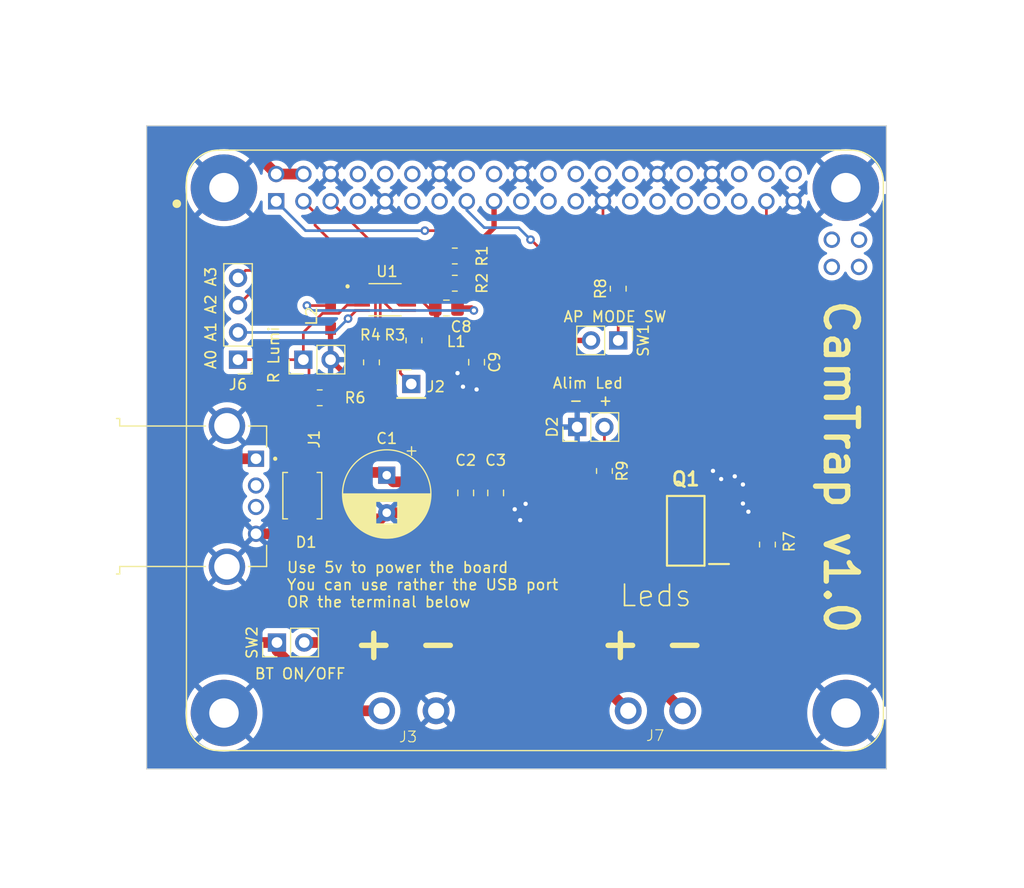
<source format=kicad_pcb>
(kicad_pcb (version 20221018) (generator pcbnew)
  (layers (0 "F.Cu" signal) (31 "B.Cu" signal) (34 "B.Paste" user) (35 "F.Paste" user) (36 "B.SilkS" user "B.Silkscreen") (37 "F.SilkS" user "F.Silkscreen") (38 "B.Mask" user) (39 "F.Mask" user) (44 "Edge.Cuts" user))
  (net 0 "")
  (net 1 "+5V")
  (net 2 "+3.3V")
  (net 5 "CMD_LED")
  (net 6 "AP_MODE")
  (net 22 "GND1")
  (net 24 "RDY")
  (net 25 "SDA")
  (net 26 "SCL")
  (net 27 "A0")
  (net 28 "Net-(J6-Pin_3)")
  (net 29 "Net-(J6-Pin_4)")
  (net 31 "Net-(J7-Pin_2)")
  (net 33 "Net-(Q1-B)")
  (net 34 "Net-(U1-ADDR)")
  (net 35 "VDDF")
  (net 36 "GND2")
  (net 37 "Net-(J6-Pin_2)")
  (net 48 "Vusb")
  (net 49 "Net-(D2-A)")
  (footprint "Resistor_SMD:R_0805_2012Metric_Pad1.20x1.40mm_HandSolder" (layer "F.Cu") (at 155.904 84.0646 -90)
    (fp_text reference "R7" (at -0.27 -2.032 90) (layer "F.SilkS"))
    (fp_text value "220" hide)
    (pad "1" smd roundrect (at -1 0 270) (size 1.2 1.4) (layers "F.Cu" "F.Paste" "F.Mask") (roundrect_rratio 0.2083333333) (net 5 "CMD_LED"))
    (pad "2" smd roundrect (at 1 0 270) (size 1.2 1.4) (layers "F.Cu" "F.Paste" "F.Mask") (roundrect_rratio 0.2083333333) (net 33 "Net-(Q1-B)"))
  )
  (footprint "Resistor_SMD:R_0805_2012Metric_Pad1.20x1.40mm_HandSolder" (layer "F.Cu") (at 122.936 65.024 -90)
    (fp_text reference "R3" (at -0.508 1.778) (layer "F.SilkS"))
    (fp_text value "10k" hide)
    (pad "1" smd roundrect (at -1 0 270) (size 1.2 1.4) (layers "F.Cu" "F.Paste" "F.Mask") (roundrect_rratio 0.2083333333) (net 24 "RDY"))
    (pad "2" smd roundrect (at 1 0 270) (size 1.2 1.4) (layers "F.Cu" "F.Paste" "F.Mask") (roundrect_rratio 0.2083333333) (net 2 "+3.3V"))
  )
  (footprint "Connector_PinHeader_2.54mm:PinHeader_1x04_P2.54mm_Vertical" (layer "F.Cu") (at 106.528059 66.818 180)
    (fp_text reference "J6" (at 0 -2.33) (layer "F.SilkS"))
    (fp_text value "Conn_01x04_Pin" hide)
    (pad "1" thru_hole rect (at 0 0 180) (size 1.7 1.7) (drill 1) (layers "*.Cu" "*.Mask") (net 27 "A0"))
    (pad "2" thru_hole oval (at 0 2.54 180) (size 1.7 1.7) (drill 1) (layers "*.Cu" "*.Mask") (net 37 "Net-(J6-Pin_2)"))
    (pad "3" thru_hole oval (at 0 5.08 180) (size 1.7 1.7) (drill 1) (layers "*.Cu" "*.Mask") (net 28 "Net-(J6-Pin_3)"))
    (pad "4" thru_hole oval (at 0 7.62 180) (size 1.7 1.7) (drill 1) (layers "*.Cu" "*.Mask") (net 29 "Net-(J6-Pin_4)"))
  )
  (footprint "Connector_PinHeader_2.54mm:PinHeader_1x02_P2.54mm_Vertical" (layer "F.Cu") (at 112.619059 66.818 90)
    (fp_text reference "R5" hide)
    (fp_text value "R_Photo" hide)
    (pad "1" thru_hole rect (at 0 0 90) (size 1.7 1.7) (drill 1) (layers "*.Cu" "*.Mask") (net 27 "A0"))
    (pad "2" thru_hole oval (at 0 2.54 90) (size 1.7 1.7) (drill 1) (layers "*.Cu" "*.Mask") (net 22 "GND1"))
  )
  (footprint "Resistor_SMD:R_0805_2012Metric_Pad1.20x1.40mm_HandSolder" (layer "F.Cu") (at 126.746 59.69)
    (fp_text reference "R2" (at 2.54 0 90) (layer "F.SilkS"))
    (fp_text value "10k" hide)
    (pad "1" smd roundrect (at -1 0) (size 1.2 1.4) (layers "F.Cu" "F.Paste" "F.Mask") (roundrect_rratio 0.2083333333) (net 25 "SDA"))
    (pad "2" smd roundrect (at 1 0) (size 1.2 1.4) (layers "F.Cu" "F.Paste" "F.Mask") (roundrect_rratio 0.2083333333) (net 2 "+3.3V"))
  )
  (footprint "Capacitor_SMD:C_0805_2012Metric_Pad1.18x1.45mm_HandSolder" (layer "F.Cu") (at 128.778 67.056 -90)
    (fp_text reference "C9" (at 0 -1.68 90) (layer "F.SilkS"))
    (fp_text value "1uF" hide)
    (pad "1" smd roundrect (at -1.0375 0 270) (size 1.175 1.45) (layers "F.Cu" "F.Paste" "F.Mask") (roundrect_rratio 0.2127659574) (net 2 "+3.3V"))
    (pad "2" smd roundrect (at 1.0375 0 270) (size 1.175 1.45) (layers "F.Cu" "F.Paste" "F.Mask") (roundrect_rratio 0.2127659574) (net 22 "GND1"))
  )
  (footprint "camtrap:INDC2012X87N" (layer "F.Cu") (at 125.0442 65.0748 -90)
    (fp_text reference "L1" (at 0.0508 -1.8288 -180) (layer "F.SilkS"))
    (fp_text value "MMZ2012Y152BT000" hide)
    (pad "1" smd rect (at -1.175 0 270) (size 1.15 1) (layers "F.Cu" "F.Paste" "F.Mask") (net 35 "VDDF"))
    (pad "2" smd rect (at 1.175 0 270) (size 1.15 1) (layers "F.Cu" "F.Paste" "F.Mask") (net 2 "+3.3V"))
  )
  (footprint "camtrap:SOP50P490X110-10N" (layer "F.Cu") (at 120.244059 61.23)
    (fp_text reference "U1" (at 0.175 -2.635) (layer "F.SilkS"))
    (fp_text value "ADS1115BQDGSRQ1" hide)
    (pad "1" smd roundrect (at -2.15 -1) (size 1.47 0.28) (layers "F.Cu" "F.Paste" "F.Mask") (roundrect_rratio 0.125) (net 34 "Net-(U1-ADDR)"))
    (pad "2" smd roundrect (at -2.15 -0.5) (size 1.47 0.28) (layers "F.Cu" "F.Paste" "F.Mask") (roundrect_rratio 0.125) (net 24 "RDY"))
    (pad "3" smd roundrect (at -2.15 0) (size 1.47 0.28) (layers "F.Cu" "F.Paste" "F.Mask") (roundrect_rratio 0.125) (net 36 "GND2"))
    (pad "4" smd roundrect (at -2.15 0.5) (size 1.47 0.28) (layers "F.Cu" "F.Paste" "F.Mask") (roundrect_rratio 0.125) (net 27 "A0"))
    (pad "5" smd roundrect (at -2.15 1) (size 1.47 0.28) (layers "F.Cu" "F.Paste" "F.Mask") (roundrect_rratio 0.125) (net 37 "Net-(J6-Pin_2)"))
    (pad "6" smd roundrect (at 2.15 1) (size 1.47 0.28) (layers "F.Cu" "F.Paste" "F.Mask") (roundrect_rratio 0.125) (net 28 "Net-(J6-Pin_3)"))
    (pad "7" smd roundrect (at 2.15 0.5) (size 1.47 0.28) (layers "F.Cu" "F.Paste" "F.Mask") (roundrect_rratio 0.125) (net 29 "Net-(J6-Pin_4)"))
    (pad "8" smd roundrect (at 2.15 0) (size 1.47 0.28) (layers "F.Cu" "F.Paste" "F.Mask") (roundrect_rratio 0.125) (net 35 "VDDF"))
    (pad "9" smd roundrect (at 2.15 -0.5) (size 1.47 0.28) (layers "F.Cu" "F.Paste" "F.Mask") (roundrect_rratio 0.125) (net 25 "SDA"))
    (pad "10" smd roundrect (at 2.15 -1) (size 1.47 0.28) (layers "F.Cu" "F.Paste" "F.Mask") (roundrect_rratio 0.125) (net 26 "SCL"))
  )
  (footprint "Capacitor_THT:CP_Radial_D8.0mm_P3.50mm" (layer "F.Cu") (at 120.396 77.595349 -90)
    (fp_text reference "C1" (at -3.427349 0 -180) (layer "F.SilkS"))
    (fp_text value "220uF" hide)
    (pad "1" thru_hole rect (at 0 0 270) (size 1.6 1.6) (drill 0.8) (layers "*.Cu" "*.Mask") (net 1 "+5V"))
    (pad "2" thru_hole circle (at 3.5 0 270) (size 1.6 1.6) (drill 0.8) (layers "*.Cu" "*.Mask") (net 22 "GND1"))
  )
  (footprint "camtrap:SOT230P700X170-4N" (layer "F.Cu") (at 148.284 82.7786 180)
    (fp_text reference "Q1" (at 0 4.826) (layer "F.SilkS") (effects (font (size 1.27 1.27) (thickness 0.254))))
    (fp_text value "FZT851TA" hide)
    (pad "1" smd rect (at -3.1 -2.3 270) (size 0.9 1.85) (layers "F.Cu" "F.Paste" "F.Mask") (net 33 "Net-(Q1-B)"))
    (pad "2" smd rect (at -3.1 0 270) (size 0.9 1.85) (layers "F.Cu" "F.Paste" "F.Mask") (net 31 "Net-(J7-Pin_2)"))
    (pad "3" smd rect (at -3.1 2.3 270) (size 0.9 1.85) (layers "F.Cu" "F.Paste" "F.Mask") (net 22 "GND1"))
    (pad "4" smd rect (at 3.1 0 180) (size 1.85 3.2) (layers "F.Cu" "F.Paste" "F.Mask") (net 31 "Net-(J7-Pin_2)"))
  )
  (footprint "Resistor_SMD:R_0805_2012Metric_Pad1.20x1.40mm_HandSolder" (layer "F.Cu") (at 114.148059 70.374)
    (fp_text reference "R6" (at 3.302 0) (layer "F.SilkS"))
    (fp_text value "10k" hide)
    (pad "1" smd roundrect (at -1 0) (size 1.2 1.4) (layers "F.Cu" "F.Paste" "F.Mask") (roundrect_rratio 0.2083333333) (net 27 "A0"))
    (pad "2" smd roundrect (at 1 0) (size 1.2 1.4) (layers "F.Cu" "F.Paste" "F.Mask") (roundrect_rratio 0.2083333333) (net 2 "+3.3V"))
  )
  (footprint "Connector_PinHeader_2.54mm:PinHeader_1x01_P2.54mm_Vertical" (layer "F.Cu") (at 122.682 69.088)
    (fp_text reference "J2" (at 2.286 0.254) (layer "F.SilkS"))
    (fp_text value "Conn_01x01_Pin" hide)
    (pad "1" thru_hole rect (at 0 0) (size 1.7 1.7) (drill 1) (layers "*.Cu" "*.Mask") (net 24 "RDY"))
  )
  (footprint "camtrap:raspberrypi 3b+" (layer "F.Cu") (at 144.217 75.276)
    (fp_text reference "U2" hide)
    (fp_text value "RASPBERRY_PI_3_MODEL_B_" hide)
    (pad "1" thru_hole rect (at -34.13 -23.23) (size 1.524 1.524) (drill 1.016) (layers "*.Cu" "*.Mask") (net 2 "+3.3V"))
    (pad "2" thru_hole circle (at -34.13 -25.77) (size 1.524 1.524) (drill 1.016) (layers "*.Cu" "*.Mask") (net 1 "+5V"))
    (pad "3" thru_hole circle (at -31.59 -23.23) (size 1.524 1.524) (drill 1.016) (layers "*.Cu" "*.Mask") (net 25 "SDA"))
    (pad "4" thru_hole circle (at -31.59 -25.77) (size 1.524 1.524) (drill 1.016) (layers "*.Cu" "*.Mask") (net 1 "+5V"))
    (pad "5" thru_hole circle (at -29.05 -23.23) (size 1.524 1.524) (drill 1.016) (layers "*.Cu" "*.Mask") (net 26 "SCL"))
    (pad "6" thru_hole circle (at -29.05 -25.77) (size 1.524 1.524) (drill 1.016) (layers "*.Cu" "*.Mask") (net 22 "GND1"))
    (pad "7" thru_hole circle (at -26.51 -23.23) (size 1.524 1.524) (drill 1.016) (layers "*.Cu" "*.Mask"))
    (pad "8" thru_hole circle (at -26.51 -25.77) (size 1.524 1.524) (drill 1.016) (layers "*.Cu" "*.Mask"))
    (pad "9" thru_hole circle (at -23.97 -23.23) (size 1.524 1.524) (drill 1.016) (layers "*.Cu" "*.Mask") (net 22 "GND1"))
    (pad "10" thru_hole circle (at -23.97 -25.77) (size 1.524 1.524) (drill 1.016) (layers "*.Cu" "*.Mask"))
    (pad "11" thru_hole circle (at -21.43 -23.23) (size 1.524 1.524) (drill 1.016) (layers "*.Cu" "*.Mask"))
    (pad "12" thru_hole circle (at -21.43 -25.77) (size 1.524 1.524) (drill 1.016) (layers "*.Cu" "*.Mask"))
    (pad "13" thru_hole circle (at -18.89 -23.23) (size 1.524 1.524) (drill 1.016) (layers "*.Cu" "*.Mask"))
    (pad "14" thru_hole circle (at -18.89 -25.77) (size 1.524 1.524) (drill 1.016) (layers "*.Cu" "*.Mask") (net 22 "GND1"))
    (pad "15" thru_hole circle (at -16.35 -23.23) (size 1.524 1.524) (drill 1.016) (layers "*.Cu" "*.Mask") (net 6 "AP_MODE"))
    (pad "16" thru_hole circle (at -16.35 -25.77) (size 1.524 1.524) (drill 1.016) (layers "*.Cu" "*.Mask"))
    (pad "17" thru_hole circle (at -13.81 -23.23) (size 1.524 1.524) (drill 1.016) (layers "*.Cu" "*.Mask") (net 2 "+3.3V"))
    (pad "18" thru_hole circle (at -13.81 -25.77) (size 1.524 1.524) (drill 1.016) (layers "*.Cu" "*.Mask"))
    (pad "19" thru_hole circle (at -11.27 -23.23) (size 1.524 1.524) (drill 1.016) (layers "*.Cu" "*.Mask"))
    (pad "20" thru_hole circle (at -11.27 -25.77) (size 1.524 1.524) (drill 1.016) (layers "*.Cu" "*.Mask") (net 22 "GND1"))
    (pad "21" thru_hole circle (at -8.73 -23.23) (size 1.524 1.524) (drill 1.016) (layers "*.Cu" "*.Mask"))
    (pad "22" thru_hole circle (at -8.73 -25.77) (size 1.524 1.524) (drill 1.016) (layers "*.Cu" "*.Mask"))
    (pad "23" thru_hole circle (at -6.19 -23.23) (size 1.524 1.524) (drill 1.016) (layers "*.Cu" "*.Mask"))
    (pad "24" thru_hole circle (at -6.19 -25.77) (size 1.524 1.524) (drill 1.016) (layers "*.Cu" "*.Mask"))
    (pad "25" thru_hole circle (at -3.65 -23.23) (size 1.524 1.524) (drill 1.016) (layers "*.Cu" "*.Mask") (net 22 "GND1"))
    (pad "26" thru_hole circle (at -3.65 -25.77) (size 1.524 1.524) (drill 1.016) (layers "*.Cu" "*.Mask"))
    (pad "27" thru_hole circle (at -1.11 -23.23) (size 1.524 1.524) (drill 1.016) (layers "*.Cu" "*.Mask"))
    (pad "28" thru_hole circle (at -1.11 -25.77) (size 1.524 1.524) (drill 1.016) (layers "*.Cu" "*.Mask"))
    (pad "29" thru_hole circle (at 1.43 -23.23) (size 1.524 1.524) (drill 1.016) (layers "*.Cu" "*.Mask"))
    (pad "30" thru_hole circle (at 1.43 -25.77) (size 1.524 1.524) (drill 1.016) (layers "*.Cu" "*.Mask") (net 22 "GND1"))
    (pad "31" thru_hole circle (at 3.97 -23.23) (size 1.524 1.524) (drill 1.016) (layers "*.Cu" "*.Mask"))
    (pad "32" thru_hole circle (at 3.97 -25.77) (size 1.524 1.524) (drill 1.016) (layers "*.Cu" "*.Mask"))
    (pad "33" thru_hole circle (at 6.51 -23.23) (size 1.524 1.524) (drill 1.016) (layers "*.Cu" "*.Mask"))
    (pad "34" thru_hole circle (at 6.51 -25.77) (size 1.524 1.524) (drill 1.016) (layers "*.Cu" "*.Mask") (net 22 "GND1"))
    (pad "35" thru_hole circle (at 9.05 -23.23) (size 1.524 1.524) (drill 1.016) (layers "*.Cu" "*.Mask"))
    (pad "36" thru_hole circle (at 9.05 -25.77) (size 1.524 1.524) (drill 1.016) (layers "*.Cu" "*.Mask"))
    (pad "37" thru_hole circle (at 11.59 -23.23) (size 1.524 1.524) (drill 1.016) (layers "*.Cu" "*.Mask") (net 5 "CMD_LED"))
    (pad "38" thru_hole circle (at 11.59 -25.77) (size 1.524 1.524) (drill 1.016) (layers "*.Cu" "*.Mask"))
    (pad "39" thru_hole circle (at 14.13 -23.23) (size 1.524 1.524) (drill 1.016) (layers "*.Cu" "*.Mask") (net 22 "GND1"))
    (pad "40" thru_hole circle (at 14.13 -25.77) (size 1.524 1.524) (drill 1.016) (layers "*.Cu" "*.Mask"))
    (pad "41" thru_hole circle (at 20.23 -17.107) (size 1.524 1.524) (drill 1.016) (layers "*.Cu" "*.Mask"))
    (pad "42" thru_hole circle (at 20.23 -19.647) (size 1.524 1.524) (drill 1.016) (layers "*.Cu" "*.Mask"))
    (pad "43" thru_hole circle (at 17.69 -17.107) (size 1.524 1.524) (drill 1.016) (layers "*.Cu" "*.Mask"))
    (pad "44" thru_hole circle (at 17.69 -19.647) (size 1.524 1.524) (drill 1.016) (layers "*.Cu" "*.Mask"))
    (pad "S1" thru_hole circle (at -39 -24.5) (size 6.2 6.2) (drill 2.75) (layers "*.Cu" "*.Mask") (net 22 "GND1"))
    (pad "S2" thru_hole circle (at 19 -24.5) (size 6.2 6.2) (drill 2.75) (layers "*.Cu" "*.Mask") (net 22 "GND1"))
    (pad "S3" thru_hole circle (at 19 24.5) (size 6.2 6.2) (drill 2.75) (layers "*.Cu" "*.Mask") (net 22 "GND1"))
    (pad "S4" thru_hole circle (at -39 24.5) (size 6.2 6.2) (drill 2.75) (layers "*.Cu" "*.Mask") (net 22 "GND1"))
  )
  (footprint "Resistor_SMD:R_0805_2012Metric_Pad1.20x1.40mm_HandSolder" (layer "F.Cu") (at 141.986 60.198 90)
    (fp_text reference "R8" (at 0 -1.65 90) (layer "F.SilkS"))
    (fp_text value "10 Mohms" hide)
    (pad "1" smd roundrect (at -1 0 90) (size 1.2 1.4) (layers "F.Cu" "F.Paste" "F.Mask") (roundrect_rratio 0.2083333333) (net 6 "AP_MODE"))
    (pad "2" smd roundrect (at 1 0 90) (size 1.2 1.4) (layers "F.Cu" "F.Paste" "F.Mask") (roundrect_rratio 0.2083333333) (net 22 "GND1"))
  )
  (footprint "camtrap:INDC2012X87N" (layer "F.Cu") (at 115.164059 62.754 -90)
    (fp_text reference "L2" (at 0 1.778 -270) (layer "F.SilkS"))
    (fp_text value "MMZ2012Y152BT000" hide)
    (pad "1" smd rect (at -1.175 0 270) (size 1.15 1) (layers "F.Cu" "F.Paste" "F.Mask") (net 36 "GND2"))
    (pad "2" smd rect (at 1.175 0 270) (size 1.15 1) (layers "F.Cu" "F.Paste" "F.Mask") (net 22 "GND1"))
  )
  (footprint "camtrap:DIOM4336X265N" (layer "F.Cu") (at 112.522 79.502 90)
    (fp_text reference "D1" (at -4.3434 0.3556 180) (layer "F.SilkS"))
    (fp_text value "SMBJ5.0CA-QH" hide)
    (pad "1" smd rect (at -2.165 0 90) (size 2.28 2.12) (layers "F.Cu" "F.Paste" "F.Mask") (net 22 "GND1"))
    (pad "2" smd rect (at 2.165 0 90) (size 2.28 2.12) (layers "F.Cu" "F.Paste" "F.Mask") (net 1 "+5V"))
  )
  (footprint "Connector_PinHeader_2.54mm:PinHeader_1x02_P2.54mm_Vertical" (layer "F.Cu") (at 141.991 65.024 -90)
    (fp_text reference "SW1" (at 0 -2.33 90) (layer "F.SilkS"))
    (fp_text value "SW_SPST" hide)
    (pad "1" thru_hole rect (at 0 0 270) (size 1.7 1.7) (drill 1) (layers "*.Cu" "*.Mask") (net 6 "AP_MODE"))
    (pad "2" thru_hole oval (at 0 2.54 270) (size 1.7 1.7) (drill 1) (layers "*.Cu" "*.Mask") (net 2 "+3.3V"))
  )
  (footprint "Connector_PinHeader_2.54mm:PinHeader_1x02_P2.54mm_Vertical" (layer "F.Cu") (at 110.16 93.2 90)
    (fp_text reference "SW2" (at 0 -2.33 90) (layer "F.SilkS"))
    (fp_text value "SW_SPST" hide)
    (pad "1" thru_hole rect (at 0 0 90) (size 1.7 1.7) (drill 1) (layers "*.Cu" "*.Mask") (net 48 "Vusb"))
    (pad "2" thru_hole oval (at 0 2.54 90) (size 1.7 1.7) (drill 1) (layers "*.Cu" "*.Mask") (net 1 "+5V"))
  )
  (footprint "camtrap:AMPHENOL_87520-3010APLF" (layer "F.Cu") (at 105.494 79.558 -90)
    (fp_text reference "J1" (at -5.325 -8.135 90) (layer "F.SilkS"))
    (fp_text value "87520-3010APLF" hide)
    (pad "1" thru_hole rect (at -3.5 -2.71 270) (size 1.508 1.508) (drill 1) (layers "*.Cu" "*.Mask") (net 48 "Vusb"))
    (pad "2" thru_hole circle (at -1 -2.71 270) (size 1.508 1.508) (drill 1) (layers "*.Cu" "*.Mask"))
    (pad "3" thru_hole circle (at 1 -2.71 270) (size 1.508 1.508) (drill 1) (layers "*.Cu" "*.Mask"))
    (pad "4" thru_hole circle (at 3.5 -2.71 270) (size 1.508 1.508) (drill 1) (layers "*.Cu" "*.Mask") (net 22 "GND1"))
    (pad "SH1" thru_hole circle (at -6.57 0 270) (size 3.396 3.396) (drill 2.38) (layers "*.Cu" "*.Mask") (net 22 "GND1"))
    (pad "SH2" thru_hole circle (at 6.57 0 270) (size 3.396 3.396) (drill 2.38) (layers "*.Cu" "*.Mask") (net 22 "GND1"))
  )
  (footprint "Resistor_SMD:R_0805_2012Metric_Pad1.20x1.40mm_HandSolder" (layer "F.Cu") (at 126.746 57.15)
    (fp_text reference "R1" (at 2.54 0 90) (layer "F.SilkS"))
    (fp_text value "10k" hide)
    (pad "1" smd roundrect (at -1 0) (size 1.2 1.4) (layers "F.Cu" "F.Paste" "F.Mask") (roundrect_rratio 0.2083333333) (net 26 "SCL"))
    (pad "2" smd roundrect (at 1 0) (size 1.2 1.4) (layers "F.Cu" "F.Paste" "F.Mask") (roundrect_rratio 0.2083333333) (net 2 "+3.3V"))
  )
  (footprint "Connector_PinHeader_2.54mm:PinHeader_1x02_P2.54mm_Vertical" (layer "F.Cu") (at 138.16 73.1 90)
    (fp_text reference "D2" (at 0 -2.33 90) (layer "F.SilkS"))
    (fp_text value "LED" hide)
    (pad "1" thru_hole rect (at 0 0 90) (size 1.7 1.7) (drill 1) (layers "*.Cu" "*.Mask") (net 22 "GND1"))
    (pad "2" thru_hole oval (at 0 2.54 90) (size 1.7 1.7) (drill 1) (layers "*.Cu" "*.Mask") (net 49 "Net-(D2-A)"))
  )
  (footprint "Capacitor_SMD:C_0805_2012Metric_Pad1.18x1.45mm_HandSolder" (layer "F.Cu") (at 125.9625 62.0014)
    (fp_text reference "C8" (at 1.3716 1.7526) (layer "F.SilkS"))
    (fp_text value "1uF" hide)
    (pad "1" smd roundrect (at -1.0375 0) (size 1.175 1.45) (layers "F.Cu" "F.Paste" "F.Mask") (roundrect_rratio 0.2127659574) (net 35 "VDDF"))
    (pad "2" smd roundrect (at 1.0375 0) (size 1.175 1.45) (layers "F.Cu" "F.Paste" "F.Mask") (roundrect_rratio 0.2127659574) (net 36 "GND2"))
  )
  (footprint "camtrap:bornierVis" (layer "F.Cu") (at 142.92 99.568)
    (fp_text reference "J7" (at 2.5146 2.3114 unlocked) (layer "F.SilkS") (effects (font (thickness 0.1))))
    (fp_text value "Screw_Terminal_01x02" hide)
    (pad "1" thru_hole circle (at 0 0) (size 2.5 2.5) (drill 1.5) (layers "*.Cu" "*.Mask") (net 1 "+5V"))
    (pad "2" thru_hole circle (at 5.08 0) (size 2.5 2.5) (drill 1.5) (layers "*.Cu" "*.Mask") (net 31 "Net-(J7-Pin_2)"))
  )
  (footprint "Capacitor_SMD:C_0805_2012Metric_Pad1.18x1.45mm_HandSolder" (layer "F.Cu") (at 130.556 79.248 -90)
    (fp_text reference "C3" (at -3.048 0 -180) (layer "F.SilkS"))
    (fp_text value "100nF" hide)
    (pad "1" smd roundrect (at -1.0375 0 270) (size 1.175 1.45) (layers "F.Cu" "F.Paste" "F.Mask") (roundrect_rratio 0.2127659574) (net 1 "+5V"))
    (pad "2" smd roundrect (at 1.0375 0 270) (size 1.175 1.45) (layers "F.Cu" "F.Paste" "F.Mask") (roundrect_rratio 0.2127659574) (net 22 "GND1"))
  )
  (footprint "camtrap:bornierVis" (layer "F.Cu") (at 119.92 99.568)
    (fp_text reference "J3" (at 2.4638 2.432 unlocked) (layer "F.SilkS") (effects (font (thickness 0.1))))
    (fp_text value "Screw_Terminal_01x02" hide)
    (pad "1" thru_hole circle (at 0 0) (size 2.5 2.5) (drill 1.5) (layers "*.Cu" "*.Mask") (net 48 "Vusb"))
    (pad "2" thru_hole circle (at 5.08 0) (size 2.5 2.5) (drill 1.5) (layers "*.Cu" "*.Mask") (net 22 "GND1"))
  )
  (footprint "Capacitor_SMD:C_0805_2012Metric_Pad1.18x1.45mm_HandSolder" (layer "F.Cu") (at 127.762 79.248 -90)
    (fp_text reference "C2" (at -3.048 0 -180) (layer "F.SilkS"))
    (fp_text value "1nF" hide)
    (pad "1" smd roundrect (at -1.0375 0 270) (size 1.175 1.45) (layers "F.Cu" "F.Paste" "F.Mask") (roundrect_rratio 0.2127659574) (net 1 "+5V"))
    (pad "2" smd roundrect (at 1.0375 0 270) (size 1.175 1.45) (layers "F.Cu" "F.Paste" "F.Mask") (roundrect_rratio 0.2127659574) (net 22 "GND1"))
  )
  (footprint "Resistor_SMD:R_0805_2012Metric_Pad1.20x1.40mm_HandSolder" (layer "F.Cu") (at 118.974059 67.072 90)
    (fp_text reference "R4" (at 2.556 -0.102059 180) (layer "F.SilkS"))
    (fp_text value "10k")
    (pad "1" smd roundrect (at -1 0 90) (size 1.2 1.4) (layers "F.Cu" "F.Paste" "F.Mask") (roundrect_rratio 0.2083333333) (net 22 "GND1"))
    (pad "2" smd roundrect (at 1 0 90) (size 1.2 1.4) (layers "F.Cu" "F.Paste" "F.Mask") (roundrect_rratio 0.2083333333) (net 34 "Net-(U1-ADDR)"))
  )
  (footprint "Resistor_SMD:R_0805_2012Metric_Pad1.20x1.40mm_HandSolder" (layer "F.Cu") (at 140.7 77.2 -90)
    (fp_text reference "R9" (at 0 -1.65 90) (layer "F.SilkS"))
    (fp_text value "500")
    (pad "1" smd roundrect (at -1 0 270) (size 1.2 1.4) (layers "F.Cu" "F.Paste" "F.Mask") (roundrect_rratio 0.2083333333) (net 49 "Net-(D2-A)"))
    (pad "2" smd roundrect (at 1 0 270) (size 1.2 1.4) (layers "F.Cu" "F.Paste" "F.Mask") (roundrect_rratio 0.2083333333) (net 1 "+5V"))
  )
  (gr_line (start 167 105) (end 167 45) (stroke (width 0.1)) (layer "Edge.Cuts"))
  (gr_line (start 98 45) (end 98 105) (stroke (width 0.1)) (layer "Edge.Cuts"))
  (gr_line (start 167 45) (end 98 45) (stroke (width 0.1)) (layer "Edge.Cuts"))
  (gr_line (start 98 105) (end 167 105) (stroke (width 0.1)) (layer "Edge.Cuts"))
  (gr_text "R Lumi\n" (at 110.4392 69.1134 90) (layer "F.SilkS") (effects (font (size 1 1)) (justify left bottom)))
  (gr_text "BT ON/OFF\n" (at 108 96.7) (layer "F.SilkS") (effects (font (size 1 1)) (justify left bottom)))
  (gr_text "A0 A1 A2 A3" (at 104.5718 67.7926 90) (layer "F.SilkS") (effects (font (size 1 1)) (justify left bottom)))
  (gr_text "+ -" (at 117 95) (layer "F.SilkS") (effects (font (size 3 3) (thickness 0.5) bold) (justify left bottom)))
  (gr_text "Leds" (at 142 90) (layer "F.SilkS") (effects (font (size 2 2)) (justify left bottom)))
  (gr_text "Use 5v to power the board\nYou can use rather the USB port\nOR the terminal below" (at 111 90) (layer "F.SilkS") (effects (font (size 1 1)) (justify left bottom)))
  (gr_text "Alim Led\n  -  +" (at 135.8 71.2) (layer "F.SilkS") (effects (font (size 1 1)) (justify left bottom)))
  (gr_text "+ -" (at 140 95) (layer "F.SilkS") (effects (font (size 3 3) (thickness 0.5) bold) (justify left bottom)))
  (gr_text "AP MODE SW" (at 136.8 63.4) (layer "F.SilkS") (effects (font (size 1 1)) (justify left bottom)))
  (gr_text "CamTrap v1.0" (at 161 61 270) (layer "F.SilkS") (effects (font (size 3 3) (thickness 0.5) bold) (justify left bottom)))
  (segment (start 100.584 48.26) (end 100.584 66.184) (width 1) (layer "F.Cu") (net 1))
  (segment (start 107.6 69.5) (end 112.522 74.422) (width 1) (layer "F.Cu") (net 1))
  (segment (start 112.7 93.2) (end 136.244 93.2) (width 1) (layer "F.Cu") (net 1))
  (segment (start 130.556 78.2105) (end 127.762 78.2105) (width 1) (layer "F.Cu") (net 1))
  (segment (start 134.5985 78.2105) (end 136.398 80.01) (width 1) (layer "F.Cu") (net 1))
  (segment (start 106.809 46.228) (end 102.616 46.228) (width 1) (layer "F.Cu") (net 1))
  (segment (start 136.398 93.046) (end 142.92 99.568) (width 1) (layer "F.Cu") (net 1))
  (segment (start 112.522 74.422) (end 112.522 77.337) (width 1) (layer "F.Cu") (net 1))
  (segment (start 112.522 77.337) (end 120.137651 77.337) (width 1) (layer "F.Cu") (net 1))
  (segment (start 130.556 78.2105) (end 134.5985 78.2105) (width 1) (layer "F.Cu") (net 1))
  (segment (start 102.616 46.228) (end 100.584 48.26) (width 1) (layer "F.Cu") (net 1))
  (segment (start 136.398 80.01) (end 136.398 93.046) (width 1) (layer "F.Cu") (net 1))
  (segment (start 136.398 80.01) (end 138.208 78.2) (width 1) (layer "F.Cu") (net 1))
  (segment (start 103.9 69.5) (end 107.6 69.5) (width 1) (layer "F.Cu") (net 1))
  (segment (start 120.137651 77.337) (end 120.396 77.595349) (width 1) (layer "F.Cu") (net 1))
  (segment (start 100.584 66.184) (end 103.9 69.5) (width 1) (layer "F.Cu") (net 1))
  (segment (start 127.762 78.2105) (end 121.011151 78.2105) (width 1) (layer "F.Cu") (net 1))
  (segment (start 112.627 49.506) (end 110.087 49.506) (width 1) (layer "F.Cu") (net 1))
  (segment (start 138.208 78.2) (end 140.7 78.2) (width 1) (layer "F.Cu") (net 1))
  (segment (start 136.244 93.2) (end 136.398 93.046) (width 1) (layer "F.Cu") (net 1))
  (segment (start 110.087 49.506) (end 106.809 46.228) (width 1) (layer "F.Cu") (net 1))
  (segment (start 121.011151 78.2105) (end 120.396 77.595349) (width 1) (layer "F.Cu") (net 1))
  (segment (start 126.619 56.023) (end 127.746 57.15) (width 0.25) (layer "F.Cu") (net 2))
  (segment (start 133.928059 65.024) (end 139.451 65.024) (width 0.5) (layer "F.Cu") (net 2))
  (segment (start 130.407 52.046) (end 130.407 54.489) (width 0.5) (layer "F.Cu") (net 2))
  (segment (start 116.402059 71.628) (end 128.388059 71.628) (width 0.5) (layer "F.Cu") (net 2))
  (segment (start 126.619 56.023) (end 125.3838 54.7878) (width 0.25) (layer "F.Cu") (net 2))
  (segment (start 128.594059 59.69) (end 132.166059 63.262) (width 0.5) (layer "F.Cu") (net 2))
  (segment (start 128.778 66.0185) (end 125.2755 66.0185) (width 0.5) (layer "F.Cu") (net 2))
  (segment (start 128.388059 71.628) (end 132.166059 67.85) (width 0.5) (layer "F.Cu") (net 2))
  (segment (start 132.166059 67.85) (end 132.166059 65.024) (width 0.5) (layer "F.Cu") (net 2))
  (segment (start 132.166059 65.024) (end 132.166059 63.262) (width 0.5) (layer "F.Cu") (net 2))
  (segment (start 125.2755 66.0185) (end 125.0442 66.2498) (width 0.5) (layer "F.Cu") (net 2))
  (segment (start 132.166059 64.548) (end 130.695559 66.0185) (width 0.5) (layer "F.Cu") (net 2))
  (segment (start 125.0442 66.2498) (end 123.1618 66.2498) (width 0.5) (layer "F.Cu") (net 2))
  (segment (start 123.1618 66.2498) (end 122.936 66.024) (width 0.5) (layer "F.Cu") (net 2))
  (segment (start 132.166059 63.262) (end 133.928059 65.024) (width 0.5) (layer "F.Cu") (net 2))
  (segment (start 110.087 52.046) (end 110.26 52.046) (width 0.25) (layer "F.Cu") (net 2))
  (segment (start 130.695559 66.0185) (end 128.778 66.0185) (width 0.5) (layer "F.Cu") (net 2))
  (segment (start 125.3838 54.7878) (end 123.952 54.7878) (width 0.25) (layer "F.Cu") (net 2))
  (segment (start 115.148059 70.374) (end 116.402059 71.628) (width 0.5) (layer "F.Cu") (net 2))
  (segment (start 127.746 57.15) (end 127.746 59.69) (width 0.5) (layer "F.Cu") (net 2))
  (segment (start 127.746 59.69) (end 128.594059 59.69) (width 0.5) (layer "F.Cu") (net 2))
  (segment (start 130.407 54.489) (end 127.746 57.15) (width 0.5) (layer "F.Cu") (net 2))
  (via (at 123.952 54.7878) (size 0.8) (drill 0.4) (layers "F.Cu" "B.Cu") (net 2))
  (segment (start 123.952 54.7878) (end 112.8288 54.7878) (width 0.25) (layer "B.Cu") (net 2))
  (segment (start 112.8288 54.7878) (end 110.087 52.046) (width 0.25) (layer "B.Cu") (net 2))
  (segment (start 155.807 52.046) (end 155.807 82.9676) (width 0.25) (layer "F.Cu") (net 5))
  (segment (start 155.807 82.9676) (end 155.904 83.0646) (width 0.25) (layer "F.Cu") (net 5))
  (segment (start 133.858 55.626) (end 133.8072 55.626) (width 0.25) (layer "F.Cu") (net 6))
  (segment (start 141.986 61.198) (end 141.986 65.019) (width 0.25) (layer "F.Cu") (net 6))
  (segment (start 139.446 61.214) (end 139.462 61.198) (width 0.25) (layer "F.Cu") (net 6))
  (segment (start 134.4 56.168) (end 133.858 55.626) (width 0.25) (layer "F.Cu") (net 6))
  (segment (start 141.986 65.019) (end 141.991 65.024) (width 0.25) (layer "F.Cu") (net 6))
  (segment (start 134.4 56.168) (end 139.446 61.214) (width 0.25) (layer "F.Cu") (net 6))
  (segment (start 139.462 61.198) (end 141.986 61.198) (width 0.25) (layer "F.Cu") (net 6))
  (via (at 133.8072 55.626) (size 0.8) (drill 0.4) (layers "F.Cu" "B.Cu") (net 6))
  (segment (start 132.6896 54.5084) (end 129.4892 54.5084) (width 0.25) (layer "B.Cu") (net 6))
  (segment (start 129.4892 54.5084) (end 127.867 52.8862) (width 0.25) (layer "B.Cu") (net 6))
  (segment (start 127.867 52.8862) (end 127.867 52.046) (width 0.25) (layer "B.Cu") (net 6))
  (segment (start 133.8072 55.626) (end 132.6896 54.5084) (width 0.25) (layer "B.Cu") (net 6))
  (segment (start 151.586 77.9526) (end 151.384 78.1546) (width 1) (layer "F.Cu") (net 22))
  (segment (start 153.618 78.4606) (end 152.856 77.6986) (width 1) (layer "F.Cu") (net 22))
  (segment (start 127.762 80.2855) (end 130.556 80.2855) (width 1) (layer "F.Cu") (net 22))
  (segment (start 151.384 77.7506) (end 151.586 77.9526) (width 1) (layer "F.Cu") (net 22))
  (segment (start 152.856 77.6986) (end 153.11 78.2066) (width 1) (layer "F.Cu") (net 22))
  (segment (start 119.244059 68.342) (end 118.974059 68.072) (width 0.5) (layer "F.Cu") (net 22))
  (segment (start 130.556 80.2855) (end 133.3285 80.2855) (width 1) (layer "F.Cu") (net 22))
  (segment (start 116.413059 68.072) (end 115.159059 66.818) (width 0.5) (layer "F.Cu") (net 22))
  (segment (start 128.7565 68.0935) (end 127.508 69.342) (width 0.25) (layer "F.Cu") (net 22))
  (segment (start 130.556 80.2855) (end 131.3395 80.2855) (width 1) (layer "F.Cu") (net 22))
  (segment (start 151.384 78.1546) (end 151.384 80.4786) (width 1) (layer "F.Cu") (net 22))
  (segment (start 108.204 83.058) (end 111.131 83.058) (width 1) (layer "F.Cu") (net 22))
  (segment (start 127.0215 68.0935) (end 127 68.072) (width 0.25) (layer "F.Cu") (net 22))
  (segment (start 141.986 59.198) (end 140.5636 57.7756) (width 0.25) (layer "F.Cu") (net 22))
  (segment (start 153.11 78.7526) (end 153.618 78.4606) (width 1) (layer "F.Cu") (net 22))
  (segment (start 140.5636 52.0494) (end 140.567 52.046) (width 0.25) (layer "F.Cu") (net 22))
  (segment (start 112.522 81.667) (end 119.824349 81.667) (width 1) (layer "F.Cu") (net 22))
  (segment (start 153.858 80.4786) (end 154.126 81.0006) (width 1) (layer "F.Cu") (net 22))
  (segment (start 120.396 81.095349) (end 126.952151 81.095349) (width 1) (layer "F.Cu") (net 22))
  (segment (start 150.824 77.1906) (end 151.332 77.4446) (width 1) (layer "F.Cu") (net 22))
  (segment (start 151.384 77.4966) (end 150.824 77.1906) (width 1) (layer "F.Cu") (net 22))
  (segment (start 115.159059 66.818) (end 115.159059 63.934) (width 0.5) (layer "F.Cu") (net 22))
  (segment (start 151.384 80.4786) (end 153.11 78.7526) (width 1) (layer "F.Cu") (net 22))
  (segment (start 131.3395 80.2855) (end 131.826 80.772) (width 1) (layer "F.Cu") (net 22))
  (segment (start 126.952151 81.095349) (end 127.762 80.2855) (width 1) (layer "F.Cu") (net 22))
  (segment (start 153.618 80.2386) (end 153.858 80.4786) (width 1) (layer "F.Cu") (net 22))
  (segment (start 119.824349 81.667) (end 120.396 81.095349) (width 1) (layer "F.Cu") (net 22))
  (segment (start 133.3285 80.2855) (end 133.35 80.264) (width 1) (layer "F.Cu") (net 22))
  (segment (start 128.778 68.0935) (end 128.778 69.596) (width 0.25) (layer "F.Cu") (net 22))
  (segment (start 151.384 80.4786) (end 153.618 80.2386) (width 1) (layer "F.Cu") (net 22))
  (segment (start 132.334 80.772) (end 132.334 81.28) (width 1) (layer "F.Cu") (net 22))
  (segment (start 132.334 81.28) (end 132.842 81.788) (width 1) (layer "F.Cu") (net 22))
  (segment (start 111.131 83.058) (end 112.522 81.667) (width 1) (layer "F.Cu") (net 22))
  (segment (start 128.778 68.0935) (end 128.7565 68.0935) (width 0.25) (layer "F.Cu") (net 22))
  (segment (start 140.5636 57.7756) (end 140.5636 52.0494) (width 0.25) (layer "F.Cu") (net 22))
  (segment (start 118.974059 68.072) (end 116.413059 68.072) (width 0.5) (layer "F.Cu") (net 22))
  (segment (start 154.126 81.0006) (end 153.872 80.4926) (width 1) (layer "F.Cu") (net 22))
  (segment (start 151.384 77.4966) (end 151.384 77.7506) (width 1) (layer "F.Cu") (net 22))
  (segment (start 131.826 80.772) (end 132.334 80.772) (width 1) (layer "F.Cu") (net 22))
  (segment (start 115.159059 63.934) (end 115.164059 63.929) (width 0.5) (layer "F.Cu") (net 22))
  (segment (start 128.778 68.0935) (end 127.0215 68.0935) (width 0.25) (layer "F.Cu") (net 22))
  (via (at 151.586 77.9526) (size 0.8) (drill 0.4) (layers "F.Cu" "B.Cu") (net 22))
  (via (at 150.824 77.1906) (size 0.8) (drill 0.4) (layers "F.Cu" "B.Cu") (net 22))
  (via (at 153.618 78.4606) (size 0.8) (drill 0.4) (layers "F.Cu" "B.Cu") (net 22))
  (via (at 127.508 69.342) (size 0.8) (drill 0.4) (layers "F.Cu" "B.Cu") (net 22))
  (via (at 153.618 80.2386) (size 0.8) (drill 0.4) (layers "F.Cu" "B.Cu") (net 22))
  (via (at 152.856 77.6986) (size 0.8) (drill 0.4) (layers "F.Cu" "B.Cu") (net 22))
  (via (at 133.35 80.264) (size 0.8) (drill 0.4) (layers "F.Cu" "B.Cu") (net 22))
  (via (at 132.334 80.772) (size 0.8) (drill 0.4) (layers "F.Cu" "B.Cu") (net 22))
  (via (at 127 68.072) (size 0.8) (drill 0.4) (layers "F.Cu" "B.Cu") (net 22))
  (via (at 154.126 81.0006) (size 0.8) (drill 0.4) (layers "F.Cu" "B.Cu") (net 22))
  (via (at 132.842 81.788) (size 0.8) (drill 0.4) (layers "F.Cu" "B.Cu") (net 22))
  (via (at 128.778 69.596) (size 0.8) (drill 0.4) (layers "F.Cu" "B.Cu") (net 22))
  (segment (start 119.794059 63.828) (end 119.990059 64.024) (width 0.25) (layer "F.Cu") (net 24))
  (segment (start 116.180059 59.452) (end 119.353663 59.452) (width 0.25) (layer "F.Cu") (net 24))
  (segment (start 115.672059 59.96) (end 116.180059 59.452) (width 0.25) (layer "F.Cu") (net 24))
  (segment (start 119.794059 59.892396) (end 119.794059 63.828) (width 0.25) (layer "F.Cu") (net 24))
  (segment (start 119.990059 64.024) (end 120.904 64.937941) (width 0.25) (layer "F.Cu") (net 24))
  (segment (start 120.904 64.937941) (end 120.904 66.46) (width 0.25) (layer "F.Cu") (net 24))
  (segment (start 120.904 66.46) (end 121.666 67.222) (width 0.25) (layer "F.Cu") (net 24))
  (segment (start 121.666 68.072) (end 122.682 69.088) (width 0.25) (layer "F.Cu") (net 24))
  (segment (start 121.666 67.222) (end 121.666 68.072) (width 0.25) (layer "F.Cu") (net 24))
  (segment (start 116.442059 60.73) (end 115.672059 59.96) (width 0.25) (layer "F.Cu") (net 24))
  (segment (start 119.353663 59.452) (end 119.794059 59.892396) (width 0.25) (layer "F.Cu") (net 24))
  (segment (start 118.094059 60.73) (end 116.442059 60.73) (width 0.25) (layer "F.Cu") (net 24))
  (segment (start 119.990059 64.024) (end 122.936 64.024) (width 0.25) (layer "F.Cu") (net 24))
  (segment (start 121.579941 60.73) (end 122.394059 60.73) (width 0.25) (layer "F.Cu") (net 25))
  (segment (start 124.706 60.73) (end 125.746 59.69) (width 0.25) (layer "F.Cu") (net 25))
  (segment (start 112.627 52.046) (end 113.714 53.133) (width 0.25) (layer "F.Cu") (net 25))
  (segment (start 117.094 57.658) (end 119.634 57.658) (width 0.25) (layer "F.Cu") (net 25))
  (segment (start 113.714 53.133) (end 113.714 54.278) (width 0.25) (layer "F.Cu") (net 25))
  (segment (start 121.158 59.182) (end 121.158 60.308059) (width 0.25) (layer "F.Cu") (net 25))
  (segment (start 113.714 54.278) (end 117.094 57.658) (width 0.25) (layer "F.Cu") (net 25))
  (segment (start 121.158 60.308059) (end 121.579941 60.73) (width 0.25) (layer "F.Cu") (net 25))
  (segment (start 122.394059 60.73) (end 124.706 60.73) (width 0.25) (layer "F.Cu") (net 25))
  (segment (start 119.634 57.658) (end 121.158 59.182) (width 0.25) (layer "F.Cu") (net 25))
  (segment (start 120.271 57.15) (end 124.968 57.15) (width 0.25) (layer "F.Cu") (net 26))
  (segment (start 123.158 60.23) (end 123.698 59.69) (width 0.25) (layer "F.Cu") (net 26))
  (segment (start 124.968 57.15) (end 125.746 57.15) (width 0.25) (layer "F.Cu") (net 26))
  (segment (start 122.394059 60.23) (end 123.158 60.23) (width 0.25) (layer "F.Cu") (net 26))
  (segment (start 123.698 57.912) (end 124.46 57.15) (width 0.25) (layer "F.Cu") (net 26))
  (segment (start 115.167 52.046) (end 120.271 57.15) (width 0.25) (layer "F.Cu") (net 26))
  (segment (start 123.698 59.69) (end 123.698 57.912) (width 0.25) (layer "F.Cu") (net 26))
  (segment (start 124.46 57.15) (end 124.968 57.15) (width 0.25) (layer "F.Cu") (net 26))
  (segment (start 115.926059 62.5) (end 116.696059 61.73) (width 0.25) (layer "F.Cu") (net 27))
  (segment (start 113.148059 67.347) (end 112.619059 66.818) (width 0.25) (layer "F.Cu") (net 27))
  (segment (start 113.148059 70.374) (end 113.148059 67.347) (width 0.25) (layer "F.Cu") (net 27))
  (segment (start 114.402059 62.5) (end 115.926059 62.5) (width 0.25) (layer "F.Cu") (net 27))
  (segment (start 112.619059 64.283) (end 114.402059 62.5) (width 0.25) (layer "F.Cu") (net 27))
  (segment (start 116.696059 61.73) (end 118.094059 61.73) (width 0.25) (layer "F.Cu") (net 27))
  (segment (start 112.619059 66.818) (end 106.528059 66.818) (width 0.25) (layer "F.Cu") (net 27))
  (segment (start 112.619059 66.818) (end 112.619059 64.283) (width 0.25) (layer "F.Cu") (net 27))
  (segment (start 119.482059 58.944) (end 109.322059 58.944) (width 0.25) (layer "F.Cu") (net 28))
  (segment (start 120.244059 61.570059) (end 120.244059 59.706) (width 0.25) (layer "F.Cu") (net 28))
  (segment (start 120.904 62.23) (end 120.244059 61.570059) (width 0.25) (layer "F.Cu") (net 28))
  (segment (start 122.394059 62.23) (end 120.904 62.23) (width 0.25) (layer "F.Cu") (net 28))
  (segment (start 120.244059 59.706) (end 119.482059 58.944) (width 0.25) (layer "F.Cu") (net 28))
  (segment (start 109.322059 58.944) (end 106.528059 61.738) (width 0.25) (layer "F.Cu") (net 28))
  (segment (start 122.394059 61.73) (end 121.579941 61.73) (width 0.25) (layer "F.Cu") (net 29))
  (segment (start 107.232059 58.494) (end 106.528059 59.198) (width 0.25) (layer "F.Cu") (net 29))
  (segment (start 120.694059 59.394) (end 119.794059 58.494) (width 0.25) (layer "F.Cu") (net 29))
  (segment (start 120.694059 60.844118) (end 120.694059 59.394) (width 0.25) (layer "F.Cu") (net 29))
  (segment (start 119.794059 58.494) (end 107.232059 58.494) (width 0.25) (layer "F.Cu") (net 29))
  (segment (start 121.579941 61.73) (end 120.694059 60.844118) (width 0.25) (layer "F.Cu") (net 29))
  (segment (start 151.384 82.7786) (end 146.2012 82.7786) (width 1) (layer "F.Cu") (net 31))
  (segment (start 146.2012 82.7786) (end 145.184 82.7786) (width 1) (layer "F.Cu") (net 31))
  (segment (start 145.184 96.752) (end 148 99.568) (width 1) (layer "F.Cu") (net 31))
  (segment (start 145.184 82.7786) (end 145.184 96.752) (width 1) (layer "F.Cu") (net 31))
  (segment (start 151.398 85.0646) (end 151.384 85.0786) (width 0.25) (layer "F.Cu") (net 33))
  (segment (start 155.904 85.0646) (end 151.398 85.0646) (width 0.25) (layer "F.Cu") (net 33))
  (segment (start 119.244059 60.23) (end 118.094059 60.23) (width 0.25) (layer "F.Cu") (net 34))
  (segment (start 119.344059 60.33) (end 119.244059 60.23) (width 0.25) (layer "F.Cu") (net 34))
  (segment (start 118.974059 66.072) (end 119.344059 65.702) (width 0.25) (layer "F.Cu") (net 34))
  (segment (start 119.344059 65.702) (end 119.344059 60.33) (width 0.25) (layer "F.Cu") (net 34))
  (segment (start 122.394059 61.23) (end 123.546059 61.23) (width 0.25) (layer "F.Cu") (net 35))
  (segment (start 123.546059 61.23) (end 124.317459 62.0014) (width 0.25) (layer "F.Cu") (net 35))
  (segment (start 124.317459 62.0014) (end 124.925 62.0014) (width 0.25) (layer "F.Cu") (net 35))
  (segment (start 125.0442 62.1206) (end 124.925 62.0014) (width 0.5) (layer "F.Cu") (net 35))
  (segment (start 125.0442 63.8998) (end 125.0442 62.1206) (width 0.5) (layer "F.Cu") (net 35))
  (segment (start 115.513059 61.23) (end 118.094059 61.23) (width 0.25) (layer "F.Cu") (net 36))
  (segment (start 114.970259 61.7728) (end 115.164059 61.579) (width 0.25) (layer "F.Cu") (net 36))
  (segment (start 115.164059 61.579) (end 115.513059 61.23) (width 0.25) (layer "F.Cu") (net 36))
  (segment (start 128.2954 62.0014) (end 128.524 62.23) (width 0.5) (layer "F.Cu") (net 36))
  (segment (start 128.5025 62.2085) (end 128.524 62.23) (width 0.25) (layer "F.Cu") (net 36))
  (segment (start 112.9538 61.7728) (end 114.970259 61.7728) (width 0.25) (layer "F.Cu") (net 36))
  (segment (start 127 62.0014) (end 128.2954 62.0014) (width 0.5) (layer "F.Cu") (net 36))
  (via (at 128.524 62.23) (size 0.8) (drill 0.4) (layers "F.Cu" "B.Cu") (net 36))
  (via (at 112.9538 61.7728) (size 0.8) (drill 0.4) (layers "F.Cu" "B.Cu") (net 36))
  (segment (start 113.411 62.23) (end 112.9538 61.7728) (width 0.25) (layer "B.Cu") (net 36))
  (segment (start 128.524 62.23) (end 113.411 62.23) (width 0.25) (layer "B.Cu") (net 36))
  (segment (start 117.5512 62.23) (end 116.7892 62.992) (width 0.25) (layer "F.Cu") (net 37))
  (segment (start 118.094059 62.23) (end 117.5512 62.23) (width 0.25) (layer "F.Cu") (net 37))
  (via (at 116.7892 62.992) (size 0.8) (drill 0.4) (layers "F.Cu" "B.Cu") (net 37))
  (segment (start 115.5032 64.278) (end 106.528059 64.278) (width 0.25) (layer "B.Cu") (net 37))
  (segment (start 116.7892 62.992) (end 115.5032 64.278) (width 0.25) (layer "B.Cu") (net 37))
  (segment (start 104.142 76.058) (end 102.2 78) (width 1) (layer "F.Cu") (net 48))
  (segment (start 105.6 93.2) (end 110.16 93.2) (width 1) (layer "F.Cu") (net 48))
  (segment (start 102.2 78) (end 102.2 89.8) (width 1) (layer "F.Cu") (net 48))
  (segment (start 110.16 93.96) (end 115.768 99.568) (width 1) (layer "F.Cu") (net 48))
  (segment (start 115.768 99.568) (end 119.92 99.568) (width 1) (layer "F.Cu") (net 48))
  (segment (start 108.204 76.058) (end 104.142 76.058) (width 1) (layer "F.Cu") (net 48))
  (segment (start 110.16 93.2) (end 110.16 93.96) (width 1) (layer "F.Cu") (net 48))
  (segment (start 102.2 89.8) (end 105.6 93.2) (width 1) (layer "F.Cu") (net 48))
  (segment (start 140.7 76.2) (end 140.7 73.1) (width 0.25) (layer "F.Cu") (net 49))
  (zone (net 22) (net_name "GND1") (layer "B.Cu") (connect_pads (clearance 0.5)) (min_thickness 0.25) (fill yes (thermal_gap 0.5) (thermal_bridge_width 0.5))
    (polygon (pts (xy 179.832 33.274) (xy 179.578 116.078) (xy 84.328 116.078) (xy 84.328 33.274)))
  )
)
</source>
